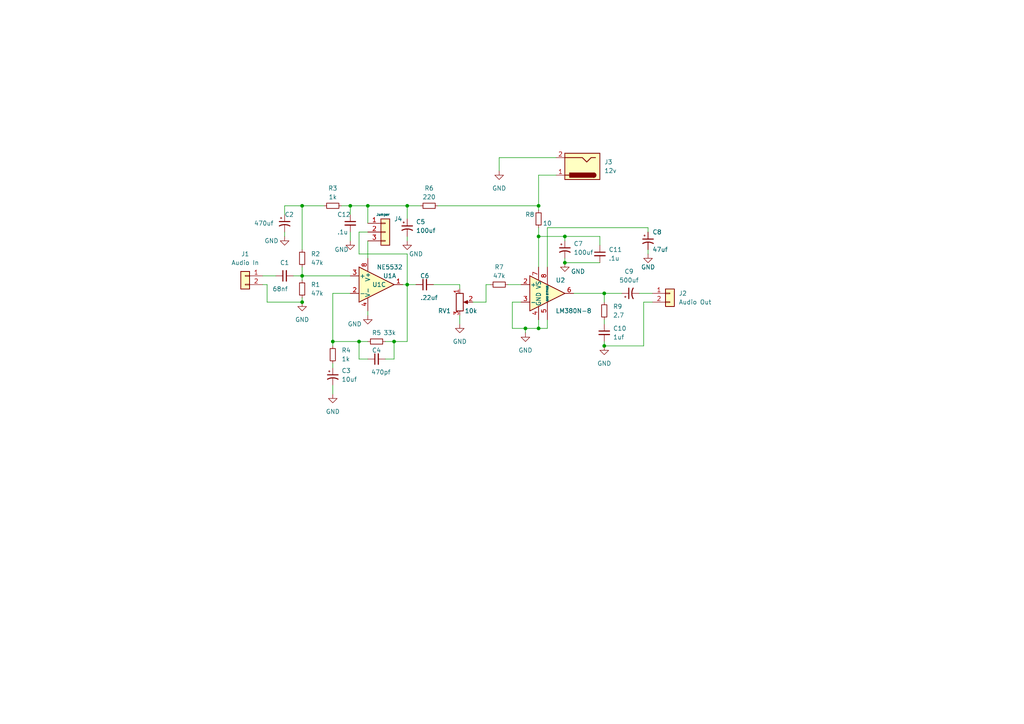
<source format=kicad_sch>
(kicad_sch (version 20211123) (generator eeschema)
  (paper "A4")
  (lib_symbols
    (symbol "Amplifier_Audio:LM380N-8" (pin_names (offset 0.127))
      (property "Reference" "U" (at 6.35 6.35 0))
      (property "Value" "LM380N-8" (at 6.35 3.81 0))
      (symbol "LM380N-8_0_1"
        (polyline (pts (xy -5.08 5.08) (xy 5.08 0) (xy -5.08 -5.08) (xy -5.08 5.08)) (stroke (width 0.254)) (fill (type background)))
      )
      (symbol "LM380N-8_1_1"
        (pin no_connect line (at 0 2.54 270) (length 2.54) hide (name "NC") (number "1"))
        (pin input line (at -7.62 2.54 0) (length 2.54) (name "+") (number "2"))
        (pin input line (at -7.62 -2.54 0) (length 2.54) (name "-") (number "3"))
        (pin power_in line (at -2.54 -7.62 90) (length 3.81) (name "GND") (number "4"))
        (pin power_in line (at 0 -7.62 90) (length 5.08) (name "GND") (number "5"))
        (pin output line (at 7.62 0 180) (length 2.54) (name "~") (number "6"))
        (pin power_in line (at -2.54 7.62 270) (length 3.81) (name "VS") (number "7"))
        (pin passive line (at 0 7.62 270) (length 5.08) (name "BYPASS") (number "8"))
      )
    )
    (symbol "Amplifier_Operational:NE5532" (pin_names (offset 0.127))
      (property "Reference" "U" (at 0 5.08 0))
      (property "Value" "NE5532" (at 0 -5.08 0))
      (symbol "NE5532_1_1"
        (polyline (pts (xy -5.08 5.08) (xy 5.08 0) (xy -5.08 -5.08) (xy -5.08 5.08)) (stroke (width 0.254)) (fill (type background)))
        (pin output line (at 7.62 0 180) (length 2.54) (name "~") (number "1"))
        (pin input line (at -7.62 -2.54 0) (length 2.54) (name "-") (number "2"))
        (pin input line (at -7.62 2.54 0) (length 2.54) (name "+") (number "3"))
      )
      (symbol "NE5532_2_1"
        (polyline (pts (xy -5.08 5.08) (xy 5.08 0) (xy -5.08 -5.08) (xy -5.08 5.08)) (stroke (width 0.254)) (fill (type background)))
        (pin input line (at -7.62 2.54 0) (length 2.54) (name "+") (number "5"))
        (pin input line (at -7.62 -2.54 0) (length 2.54) (name "-") (number "6"))
        (pin output line (at 7.62 0 180) (length 2.54) (name "~") (number "7"))
      )
      (symbol "NE5532_3_1"
        (pin power_in line (at -2.54 -7.62 90) (length 3.81) (name "V-") (number "4"))
        (pin power_in line (at -2.54 7.62 270) (length 3.81) (name "V+") (number "8"))
      )
    )
    (symbol "Connector:Jack-DC" (pin_names (offset 1.016))
      (property "Reference" "J" (at 0 5.334 0))
      (property "Value" "Jack-DC" (at 0 -5.08 0))
      (symbol "Jack-DC_0_1"
        (rectangle (start -5.08 3.81) (end 5.08 -3.81) (stroke (width 0.254)) (fill (type background)))
        (arc (start -3.302 3.175) (mid -3.937 2.54) (end -3.302 1.905) (stroke (width 0.254)))
        (arc (start -3.302 3.175) (mid -3.937 2.54) (end -3.302 1.905) (stroke (width 0.254)) (fill (type outline)))
        (polyline (pts (xy 5.08 2.54) (xy 3.81 2.54)) (stroke (width 0.254)))
        (polyline (pts (xy -3.81 -2.54) (xy -2.54 -2.54) (xy -1.27 -1.27) (xy 0 -2.54) (xy 2.54 -2.54) (xy 5.08 -2.54)) (stroke (width 0.254)))
        (rectangle (start 3.683 3.175) (end -3.302 1.905) (stroke (width 0.254)) (fill (type outline)))
      )
      (symbol "Jack-DC_1_1"
        (pin passive line (at 7.62 2.54 180) (length 2.54) (name "~") (number "1"))
        (pin passive line (at 7.62 -2.54 180) (length 2.54) (name "~") (number "2"))
      )
    )
    (symbol "Connector_Generic:Conn_01x02" (pin_names (offset 1.016) hide)
      (property "Reference" "J" (at 0 2.54 0))
      (property "Value" "Conn_01x02" (at 0 -5.08 0))
      (symbol "Conn_01x02_1_1"
        (rectangle (start -1.27 -2.413) (end 0 -2.667) (stroke (width 0.1524)))
        (rectangle (start -1.27 0.127) (end 0 -0.127) (stroke (width 0.1524)))
        (rectangle (start -1.27 1.27) (end 1.27 -3.81) (stroke (width 0.254)) (fill (type background)))
        (pin passive line (at -5.08 0 0) (length 3.81) (name "Pin_1") (number "1"))
        (pin passive line (at -5.08 -2.54 0) (length 3.81) (name "Pin_2") (number "2"))
      )
    )
    (symbol "Connector_Generic:Conn_01x03" (pin_names (offset 1.016) hide)
      (property "Reference" "J" (at 0 5.08 0))
      (property "Value" "Conn_01x03" (at 0 -5.08 0))
      (symbol "Conn_01x03_1_1"
        (rectangle (start -1.27 -2.413) (end 0 -2.667) (stroke (width 0.1524)))
        (rectangle (start -1.27 0.127) (end 0 -0.127) (stroke (width 0.1524)))
        (rectangle (start -1.27 2.667) (end 0 2.413) (stroke (width 0.1524)))
        (rectangle (start -1.27 3.81) (end 1.27 -3.81) (stroke (width 0.254)) (fill (type background)))
        (pin passive line (at -5.08 2.54 0) (length 3.81) (name "Pin_1") (number "1"))
        (pin passive line (at -5.08 0 0) (length 3.81) (name "Pin_2") (number "2"))
        (pin passive line (at -5.08 -2.54 0) (length 3.81) (name "Pin_3") (number "3"))
      )
    )
    (symbol "Device:C_Polarized_Small_US" (pin_numbers hide) (pin_names (offset 0.254) hide)
      (property "Reference" "C" (at 0.254 1.778 0))
      (property "Value" "C_Polarized_Small_US" (at 0.254 -2.032 0))
      (symbol "C_Polarized_Small_US_0_1"
        (polyline (pts (xy -1.524 0.508) (xy 1.524 0.508)) (stroke (width 0.3048)))
        (polyline (pts (xy -1.27 1.524) (xy -0.762 1.524)))
        (polyline (pts (xy -1.016 1.27) (xy -1.016 1.778)))
        (arc (start 1.524 -0.762) (mid 0 -0.3734) (end -1.524 -0.762) (stroke (width 0.3048)))
      )
      (symbol "C_Polarized_Small_US_1_1"
        (pin passive line (at 0 2.54 270) (length 2.032) (name "~") (number "1"))
        (pin passive line (at 0 -2.54 90) (length 2.032) (name "~") (number "2"))
      )
    )
    (symbol "Device:C_Small" (pin_numbers hide) (pin_names (offset 0.254) hide)
      (property "Reference" "C" (at 0.254 1.778 0))
      (property "Value" "C_Small" (at 0.254 -2.032 0))
      (symbol "C_Small_0_1"
        (polyline (pts (xy -1.524 -0.508) (xy 1.524 -0.508)) (stroke (width 0.3302)))
        (polyline (pts (xy -1.524 0.508) (xy 1.524 0.508)) (stroke (width 0.3048)))
      )
      (symbol "C_Small_1_1"
        (pin passive line (at 0 2.54 270) (length 2.032) (name "~") (number "1"))
        (pin passive line (at 0 -2.54 90) (length 2.032) (name "~") (number "2"))
      )
    )
    (symbol "Device:R_Potentiometer" (pin_names (offset 1.016) hide)
      (property "Reference" "RV" (at -4.445 0 90))
      (property "Value" "R_Potentiometer" (at -2.54 0 90))
      (symbol "R_Potentiometer_0_1"
        (polyline (pts (xy 2.54 0) (xy 1.524 0)))
        (polyline (pts (xy 1.143 0) (xy 2.286 0.508) (xy 2.286 -0.508) (xy 1.143 0)) (fill (type outline)))
        (rectangle (start 1.016 2.54) (end -1.016 -2.54) (stroke (width 0.254)))
      )
      (symbol "R_Potentiometer_1_1"
        (pin passive line (at 0 3.81 270) (length 1.27) (name "1") (number "1"))
        (pin passive line (at 3.81 0 180) (length 1.27) (name "2") (number "2"))
        (pin passive line (at 0 -3.81 90) (length 1.27) (name "3") (number "3"))
      )
    )
    (symbol "Device:R_Small" (pin_numbers hide) (pin_names (offset 0.254) hide)
      (property "Reference" "R" (at 0.762 0.508 0))
      (property "Value" "R_Small" (at 0.762 -1.016 0))
      (symbol "R_Small_0_1"
        (rectangle (start -0.762 1.778) (end 0.762 -1.778) (stroke (width 0.2032)))
      )
      (symbol "R_Small_1_1"
        (pin passive line (at 0 2.54 270) (length 0.762) (name "~") (number "1"))
        (pin passive line (at 0 -2.54 90) (length 0.762) (name "~") (number "2"))
      )
    )
    (symbol "power:GND" (power) (pin_names (offset 0))
      (property "Value" "GND" (at 0 -3.81 0))
      (symbol "GND_0_1"
        (polyline (pts (xy 0 0) (xy 0 -1.27) (xy 1.27 -1.27) (xy 0 -2.54) (xy -1.27 -1.27) (xy 0 -1.27)))
      )
      (symbol "GND_1_1"
        (pin power_in line (at 0 0 270) (length 0) hide (name "GND") (number "1"))
      )
    )
  )
  (junction (at 106.68 59.69))
  (junction (at 156.21 59.69))
  (junction (at 118.11 59.69))
  (junction (at 163.83 68.58))
  (junction (at 118.11 82.55))
  (junction (at 87.63 80.01))
  (junction (at 152.4 95.25))
  (junction (at 101.6 59.69))
  (junction (at 96.52 99.06))
  (junction (at 114.3 99.06))
  (junction (at 87.63 87.63))
  (junction (at 156.21 95.25))
  (junction (at 156.21 68.58))
  (junction (at 104.14 99.06))
  (junction (at 175.26 85.09))
  (junction (at 163.83 76.2))
  (junction (at 87.63 59.69))
  (junction (at 175.26 100.33))
  (wire (pts (xy 148.59 87.63) (xy 151.13 87.63)))
  (wire (pts (xy 96.52 111.76) (xy 96.52 114.3)))
  (wire (pts (xy 185.42 85.09) (xy 189.23 85.09)))
  (wire (pts (xy 96.52 99.06) (xy 96.52 100.33)))
  (wire (pts (xy 156.21 92.71) (xy 156.21 95.25)))
  (wire (pts (xy 104.14 104.14) (xy 104.14 99.06)))
  (wire (pts (xy 161.29 45.72) (xy 144.78 45.72)))
  (wire (pts (xy 156.21 60.96) (xy 156.21 59.69)))
  (wire (pts (xy 133.35 91.44) (xy 133.35 93.98)))
  (wire (pts (xy 121.92 59.69) (xy 118.11 59.69)))
  (wire (pts (xy 118.11 82.55) (xy 118.11 99.06)))
  (wire (pts (xy 158.75 77.47) (xy 158.75 66.04)))
  (wire (pts (xy 96.52 105.41) (xy 96.52 106.68)))
  (wire (pts (xy 106.68 69.85) (xy 106.68 74.93)))
  (wire (pts (xy 186.69 100.33) (xy 175.26 100.33)))
  (wire (pts (xy 104.14 67.31) (xy 104.14 73.66)))
  (wire (pts (xy 106.68 104.14) (xy 104.14 104.14)))
  (wire (pts (xy 144.78 45.72) (xy 144.78 49.53)))
  (wire (pts (xy 156.21 59.69) (xy 127 59.69)))
  (wire (pts (xy 142.24 82.55) (xy 140.97 82.55)))
  (wire (pts (xy 163.83 76.2) (xy 173.99 76.2)))
  (wire (pts (xy 101.6 67.31) (xy 101.6 69.85)))
  (wire (pts (xy 76.2 80.01) (xy 80.01 80.01)))
  (wire (pts (xy 106.68 90.17) (xy 106.68 91.44)))
  (wire (pts (xy 125.73 82.55) (xy 133.35 82.55)))
  (wire (pts (xy 106.68 59.69) (xy 118.11 59.69)))
  (wire (pts (xy 161.29 50.8) (xy 156.21 50.8)))
  (wire (pts (xy 87.63 86.36) (xy 87.63 87.63)))
  (wire (pts (xy 175.26 85.09) (xy 175.26 87.63)))
  (wire (pts (xy 133.35 82.55) (xy 133.35 83.82)))
  (wire (pts (xy 87.63 59.69) (xy 93.98 59.69)))
  (wire (pts (xy 77.47 87.63) (xy 87.63 87.63)))
  (wire (pts (xy 104.14 73.66) (xy 118.11 73.66)))
  (wire (pts (xy 116.84 82.55) (xy 118.11 82.55)))
  (wire (pts (xy 175.26 99.06) (xy 175.26 100.33)))
  (wire (pts (xy 118.11 68.58) (xy 118.11 69.85)))
  (wire (pts (xy 163.83 69.85) (xy 163.83 68.58)))
  (wire (pts (xy 147.32 82.55) (xy 151.13 82.55)))
  (wire (pts (xy 140.97 82.55) (xy 140.97 87.63)))
  (wire (pts (xy 156.21 95.25) (xy 158.75 95.25)))
  (wire (pts (xy 173.99 68.58) (xy 173.99 71.12)))
  (wire (pts (xy 158.75 92.71) (xy 158.75 95.25)))
  (wire (pts (xy 87.63 80.01) (xy 101.6 80.01)))
  (wire (pts (xy 101.6 59.69) (xy 99.06 59.69)))
  (wire (pts (xy 140.97 87.63) (xy 137.16 87.63)))
  (wire (pts (xy 152.4 95.25) (xy 148.59 95.25)))
  (wire (pts (xy 101.6 85.09) (xy 96.52 85.09)))
  (wire (pts (xy 87.63 59.69) (xy 87.63 72.39)))
  (wire (pts (xy 163.83 68.58) (xy 173.99 68.58)))
  (wire (pts (xy 156.21 66.04) (xy 156.21 68.58)))
  (wire (pts (xy 111.76 104.14) (xy 114.3 104.14)))
  (wire (pts (xy 187.96 66.04) (xy 187.96 67.31)))
  (wire (pts (xy 156.21 95.25) (xy 152.4 95.25)))
  (wire (pts (xy 106.68 99.06) (xy 104.14 99.06)))
  (wire (pts (xy 158.75 66.04) (xy 187.96 66.04)))
  (wire (pts (xy 82.55 59.69) (xy 87.63 59.69)))
  (wire (pts (xy 96.52 85.09) (xy 96.52 99.06)))
  (wire (pts (xy 106.68 59.69) (xy 106.68 64.77)))
  (wire (pts (xy 118.11 99.06) (xy 114.3 99.06)))
  (wire (pts (xy 118.11 73.66) (xy 118.11 82.55)))
  (wire (pts (xy 85.09 80.01) (xy 87.63 80.01)))
  (wire (pts (xy 187.96 72.39) (xy 187.96 73.66)))
  (wire (pts (xy 118.11 63.5) (xy 118.11 59.69)))
  (wire (pts (xy 101.6 59.69) (xy 106.68 59.69)))
  (wire (pts (xy 114.3 99.06) (xy 111.76 99.06)))
  (wire (pts (xy 82.55 62.23) (xy 82.55 59.69)))
  (wire (pts (xy 156.21 68.58) (xy 163.83 68.58)))
  (wire (pts (xy 148.59 95.25) (xy 148.59 87.63)))
  (wire (pts (xy 186.69 87.63) (xy 186.69 100.33)))
  (wire (pts (xy 118.11 82.55) (xy 120.65 82.55)))
  (wire (pts (xy 101.6 59.69) (xy 101.6 62.23)))
  (wire (pts (xy 104.14 99.06) (xy 96.52 99.06)))
  (wire (pts (xy 189.23 87.63) (xy 186.69 87.63)))
  (wire (pts (xy 175.26 85.09) (xy 180.34 85.09)))
  (wire (pts (xy 156.21 50.8) (xy 156.21 59.69)))
  (wire (pts (xy 152.4 95.25) (xy 152.4 96.52)))
  (wire (pts (xy 175.26 92.71) (xy 175.26 93.98)))
  (wire (pts (xy 87.63 77.47) (xy 87.63 80.01)))
  (wire (pts (xy 156.21 68.58) (xy 156.21 77.47)))
  (wire (pts (xy 175.26 85.09) (xy 166.37 85.09)))
  (wire (pts (xy 77.47 82.55) (xy 77.47 87.63)))
  (wire (pts (xy 76.2 82.55) (xy 77.47 82.55)))
  (wire (pts (xy 163.83 74.93) (xy 163.83 76.2)))
  (wire (pts (xy 87.63 80.01) (xy 87.63 81.28)))
  (wire (pts (xy 106.68 67.31) (xy 104.14 67.31)))
  (wire (pts (xy 114.3 104.14) (xy 114.3 99.06)))
  (wire (pts (xy 82.55 67.31) (xy 82.55 68.58)))
  (symbol (lib_id "Device:R_Potentiometer") (at 133.35 87.63 0) (unit 1)
    (property "Reference" "RV1" (at 130.81 90.17 0) (effects (justify right)))
    (property "Value" "10k" (at 138.43 90.17 0) (effects (justify right)))
    (property "Footprint" "Connector_PinHeader_2.54mm:PinHeader_1x03_P2.54mm_Vertical" (effects hide))
  )
  (symbol (lib_id "Device:C_Small") (at 175.26 96.52 0) (unit 1)
    (property "Reference" "C10" (at 177.8 95.2562 0) (effects (justify left)))
    (property "Value" "1uf" (at 177.8 97.7962 0) (effects (justify left)))
    (property "Footprint" "Capacitor_SMD:C_1206_3216Metric_Pad1.33x1.80mm_HandSolder" (effects hide))
  )
  (symbol (lib_id "Device:C_Small") (at 82.55 80.01 90) (unit 1)
    (property "Reference" "C1" (at 82.55 76.2 90))
    (property "Value" "68nf" (at 81.28 83.82 90))
    (property "Footprint" "Capacitor_SMD:C_1206_3216Metric_Pad1.33x1.80mm_HandSolder" (effects hide))
  )
  (symbol (lib_id "Device:C_Polarized_Small_US") (at 187.96 69.85 0) (unit 1)
    (property "Reference" "C8" (at 189.23 67.31 0) (effects (justify left)))
    (property "Value" "47uf" (at 189.23 72.39 0) (effects (justify left)))
    (property "Footprint" "Capacitor_SMD:CP_Elec_8x10.5" (effects hide))
  )
  (symbol (lib_id "Amplifier_Operational:NE5532") (at 109.22 82.55 0) (unit 3)
    (property "Reference" "U1" (at 107.95 82.5499 0) (effects (justify left)))
    (property "Value" "NE5532" (effects hide))
    (property "Footprint" "Package_DIP:DIP-8_W7.62mm_LongPads" (effects hide))
    (property "Datasheet" "http://www.ti.com/lit/ds/symlink/ne5532.pdf" (effects hide))
  )
  (symbol (lib_id "Device:C_Polarized_Small_US") (at 96.52 109.22 0) (unit 1)
    (property "Reference" "C3" (at 99.06 107.5181 0) (effects (justify left)))
    (property "Value" "10uf" (at 99.06 110.0581 0) (effects (justify left)))
    (property "Footprint" "Capacitor_SMD:C_1206_3216Metric_Pad1.33x1.80mm_HandSolder" (effects hide))
  )
  (symbol (lib_id "Device:R_Small") (at 109.22 99.06 90) (unit 1)
    (property "Reference" "R5" (at 109.22 96.52 90))
    (property "Value" "33k" (at 113.03 96.52 90))
    (property "Footprint" "Resistor_SMD:R_1206_3216Metric_Pad1.30x1.75mm_HandSolder" (effects hide))
  )
  (symbol (lib_id "Device:C_Small") (at 173.99 73.66 0) (unit 1)
    (property "Reference" "C11" (at 176.53 72.3962 0) (effects (justify left)))
    (property "Value" ".1u" (at 176.53 74.9362 0) (effects (justify left)))
    (property "Footprint" "Capacitor_SMD:C_1206_3216Metric_Pad1.33x1.80mm_HandSolder" (effects hide))
  )
  (symbol (lib_id "power:GND") (at 96.52 114.3 0) (unit 1)
    (property "Reference" "#PWR?" (effects hide))
    (property "Value" "GND" (at 96.52 119.38 0))
  )
  (symbol (lib_id "Device:R_Small") (at 175.26 90.17 0) (unit 1)
    (property "Reference" "R9" (at 177.8 88.8999 0) (effects (justify left)))
    (property "Value" "2.7" (at 177.8 91.4399 0) (effects (justify left)))
    (property "Footprint" "Resistor_SMD:R_1206_3216Metric_Pad1.30x1.75mm_HandSolder" (effects hide))
  )
  (symbol (lib_id "Connector_Generic:Conn_01x02") (at 71.12 80.01 0) (mirror y) (unit 1)
    (property "Reference" "J1" (at 71.12 73.66 0))
    (property "Value" "Audio In" (at 71.12 76.2 0))
    (property "Footprint" "Connector_PinHeader_2.54mm:PinHeader_1x02_P2.54mm_Vertical" (effects hide))
  )
  (symbol (lib_id "power:GND") (at 133.35 93.98 0) (unit 1)
    (property "Reference" "#PWR?" (effects hide))
    (property "Value" "GND" (at 133.35 99.06 0))
  )
  (symbol (lib_id "Connector_Generic:Conn_01x02") (at 194.31 85.09 0) (unit 1)
    (property "Reference" "J2" (at 196.85 85.0899 0) (effects (justify left)))
    (property "Value" "Audio Out" (at 196.85 87.6299 0) (effects (justify left)))
    (property "Footprint" "Connector_PinHeader_2.54mm:PinHeader_1x02_P2.54mm_Vertical" (effects hide))
  )
  (symbol (lib_id "Device:R_Small") (at 96.52 102.87 0) (unit 1)
    (property "Reference" "R4" (at 99.06 101.5999 0) (effects (justify left)))
    (property "Value" "1k" (at 99.06 104.1399 0) (effects (justify left)))
    (property "Footprint" "Resistor_SMD:R_1206_3216Metric_Pad1.30x1.75mm_HandSolder" (effects hide))
  )
  (symbol (lib_id "Device:C_Polarized_Small_US") (at 182.88 85.09 90) (unit 1)
    (property "Reference" "C9" (at 182.4482 78.74 90))
    (property "Value" "500uf" (at 182.4482 81.28 90))
    (property "Footprint" "Capacitor_SMD:C_1206_3216Metric_Pad1.33x1.80mm_HandSolder" (effects hide))
  )
  (symbol (lib_id "Device:R_Small") (at 87.63 83.82 0) (unit 1)
    (property "Reference" "R1" (at 90.17 82.5499 0) (effects (justify left)))
    (property "Value" "47k" (at 90.17 85.0899 0) (effects (justify left)))
    (property "Footprint" "Resistor_SMD:R_1206_3216Metric_Pad1.30x1.75mm_HandSolder" (effects hide))
  )
  (symbol (lib_id "power:GND") (at 187.96 73.66 0) (unit 1)
    (property "Reference" "#PWR?" (effects hide))
    (property "Value" "GND" (at 187.96 77.47 0))
  )
  (symbol (lib_id "power:GND") (at 175.26 100.33 0) (unit 1)
    (property "Reference" "#PWR?" (effects hide))
    (property "Value" "GND" (at 175.26 105.41 0))
  )
  (symbol (lib_id "Device:R_Small") (at 144.78 82.55 90) (unit 1)
    (property "Reference" "R7" (at 144.78 77.47 90))
    (property "Value" "47k" (at 144.78 80.01 90))
    (property "Footprint" "Resistor_SMD:R_1206_3216Metric_Pad1.30x1.75mm_HandSolder" (effects hide))
  )
  (symbol (lib_id "power:GND") (at 118.11 69.85 0) (unit 1)
    (property "Reference" "#PWR?" (effects hide))
    (property "Value" "GND" (at 120.65 73.66 0))
  )
  (symbol (lib_id "Device:R_Small") (at 87.63 74.93 0) (unit 1)
    (property "Reference" "R2" (at 90.17 73.6599 0) (effects (justify left)))
    (property "Value" "47k" (at 90.17 76.1999 0) (effects (justify left)))
    (property "Footprint" "Resistor_SMD:R_1206_3216Metric_Pad1.30x1.75mm_HandSolder" (effects hide))
  )
  (symbol (lib_id "Connector_Generic:Conn_01x03") (at 111.76 67.31 0) (unit 1)
    (property "Reference" "J4" (at 114.3 63.5 0) (effects (justify left)))
    (property "Value" "Jumper" (at 113.03 62.23 0) (effects (font (size 0.7 0.7)) (justify right)))
    (property "Footprint" "Connector_PinHeader_2.54mm:PinHeader_1x03_P2.54mm_Vertical" (effects hide))
  )
  (symbol (lib_id "Device:R_Small") (at 124.46 59.69 90) (unit 1)
    (property "Reference" "R6" (at 124.46 54.61 90))
    (property "Value" "220" (at 124.46 57.15 90))
    (property "Footprint" "Resistor_SMD:R_1206_3216Metric_Pad1.30x1.75mm_HandSolder" (effects hide))
  )
  (symbol (lib_id "Device:C_Polarized_Small_US") (at 82.55 64.77 0) (unit 1)
    (property "Reference" "C2" (at 82.55 62.23 0) (effects (justify left)))
    (property "Value" "470uf" (at 73.66 64.77 0) (effects (justify left)))
    (property "Footprint" "Capacitor_SMD:C_1206_3216Metric_Pad1.33x1.80mm_HandSolder" (effects hide))
  )
  (symbol (lib_id "power:GND") (at 106.68 91.44 0) (unit 1)
    (property "Reference" "#PWR?" (effects hide))
    (property "Value" "GND" (at 102.87 93.98 0))
  )
  (symbol (lib_id "Device:C_Small") (at 109.22 104.14 90) (unit 1)
    (property "Reference" "C4" (at 109.22 101.6 90))
    (property "Value" "470pf" (at 110.49 107.95 90))
    (property "Footprint" "Capacitor_SMD:C_1206_3216Metric_Pad1.33x1.80mm_HandSolder" (effects hide))
  )
  (symbol (lib_id "Device:R_Small") (at 96.52 59.69 90) (unit 1)
    (property "Reference" "R3" (at 96.52 54.61 90))
    (property "Value" "1k" (at 96.52 57.15 90))
    (property "Footprint" "Resistor_SMD:R_1206_3216Metric_Pad1.30x1.75mm_HandSolder" (effects hide))
  )
  (symbol (lib_id "Amplifier_Operational:NE5532") (at 109.22 82.55 0) (unit 1)
    (property "Reference" "U1" (at 113.03 80.01 0))
    (property "Value" "NE5532" (at 113.03 77.47 0))
    (property "Footprint" "Package_DIP:DIP-8_W7.62mm_LongPads" (effects hide))
    (property "Datasheet" "http://www.ti.com/lit/ds/symlink/ne5532.pdf" (effects hide))
  )
  (symbol (lib_id "Device:C_Polarized_Small_US") (at 118.11 66.04 0) (unit 1)
    (property "Reference" "C5" (at 120.65 64.3381 0) (effects (justify left)))
    (property "Value" "100uf" (at 120.65 66.8781 0) (effects (justify left)))
    (property "Footprint" "Capacitor_SMD:C_1206_3216Metric_Pad1.33x1.80mm_HandSolder" (effects hide))
  )
  (symbol (lib_id "Device:C_Small") (at 101.6 64.77 0) (unit 1)
    (property "Reference" "C12" (at 97.79 62.23 0) (effects (justify left)))
    (property "Value" ".1u" (at 97.79 67.31 0) (effects (justify left)))
    (property "Footprint" "Capacitor_SMD:C_1206_3216Metric_Pad1.33x1.80mm_HandSolder" (effects hide))
  )
  (symbol (lib_id "Device:C_Small") (at 123.19 82.55 90) (unit 1)
    (property "Reference" "C6" (at 123.19 80.01 90))
    (property "Value" ".22uf" (at 124.46 86.36 90))
    (property "Footprint" "Capacitor_SMD:C_1206_3216Metric_Pad1.33x1.80mm_HandSolder" (effects hide))
  )
  (symbol (lib_id "power:GND") (at 87.63 87.63 0) (unit 1)
    (property "Reference" "#PWR?" (effects hide))
    (property "Value" "GND" (at 87.63 92.71 0))
  )
  (symbol (lib_id "power:GND") (at 82.55 68.58 0) (unit 1)
    (property "Reference" "#PWR?" (effects hide))
    (property "Value" "GND" (at 78.74 69.85 0))
  )
  (symbol (lib_id "power:GND") (at 163.83 76.2 0) (unit 1)
    (property "Reference" "#PWR?" (effects hide))
    (property "Value" "GND" (at 167.64 78.74 0))
  )
  (symbol (lib_id "Device:C_Polarized_Small_US") (at 163.83 72.39 0) (unit 1)
    (property "Reference" "C7" (at 166.37 70.6881 0) (effects (justify left)))
    (property "Value" "100uf" (at 166.37 73.2281 0) (effects (justify left)))
    (property "Footprint" "Capacitor_SMD:C_1206_3216Metric_Pad1.33x1.80mm_HandSolder" (effects hide))
  )
  (symbol (lib_id "power:GND") (at 152.4 96.52 0) (unit 1)
    (property "Reference" "#PWR?" (effects hide))
    (property "Value" "GND" (at 152.4 101.6 0))
  )
  (symbol (lib_id "Connector:Jack-DC") (at 168.91 48.26 180) (unit 1)
    (property "Reference" "J3" (at 175.26 46.9899 0) (effects (justify right)))
    (property "Value" "12v" (at 175.26 49.5299 0) (effects (justify right)))
    (property "Footprint" "Connector_BarrelJack:BarrelJack_Horizontal" (effects hide))
  )
  (symbol (lib_id "Amplifier_Audio:LM380N-8") (at 158.75 85.09 0) (unit 1)
    (property "Reference" "U2" (at 162.56 81.28 0))
    (property "Value" "LM380N-8" (at 166.37 90.17 0))
    (property "Footprint" "Package_DIP:DIP-8_W7.62mm_LongPads" (effects hide))
    (property "Datasheet" "http://www.ti.com/lit/ds/symlink/lm380.pdf" (effects hide))
  )
  (symbol (lib_id "power:GND") (at 101.6 69.85 0) (unit 1)
    (property "Reference" "#PWR?" (effects hide))
    (property "Value" "GND" (at 99.06 72.39 0))
  )
  (symbol (lib_id "Device:R_Small") (at 156.21 63.5 180) (unit 1)
    (property "Reference" "R8" (at 153.67 62.23 0))
    (property "Value" "10" (at 158.75 64.77 0))
    (property "Footprint" "Resistor_SMD:R_1206_3216Metric_Pad1.30x1.75mm_HandSolder" (effects hide))
  )
  (symbol (lib_id "power:GND") (at 144.78 49.53 0) (unit 1)
    (property "Reference" "#PWR?" (effects hide))
    (property "Value" "GND" (at 144.78 54.61 0))
  )
)
</source>
